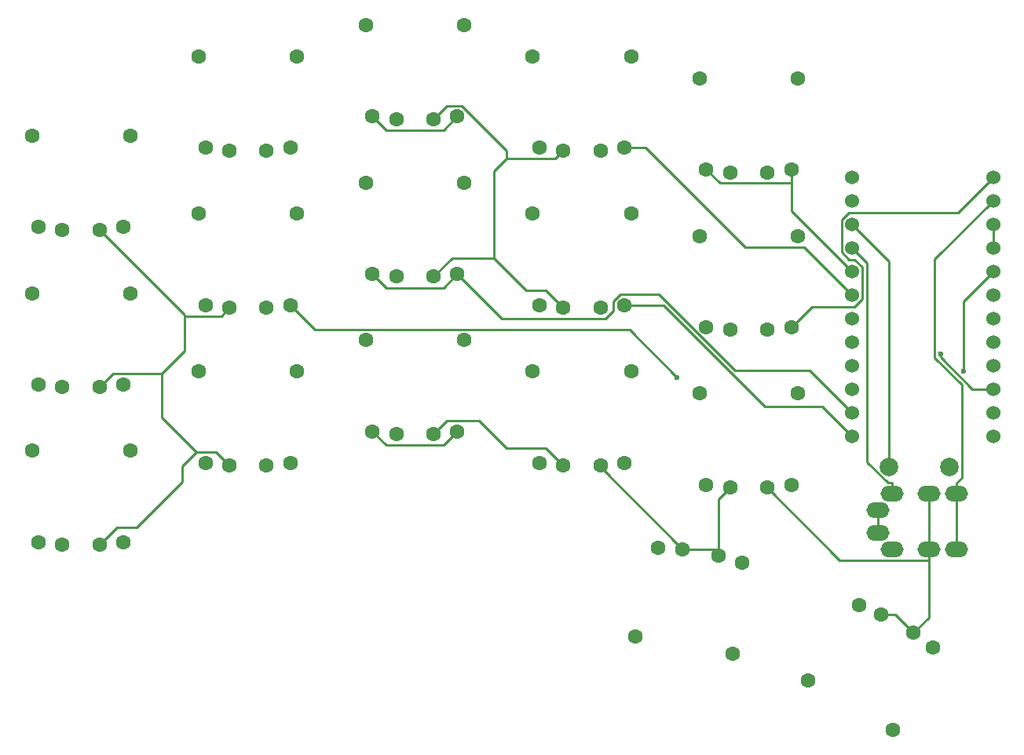
<source format=gbl>
G04 #@! TF.GenerationSoftware,KiCad,Pcbnew,5.1.6*
G04 #@! TF.CreationDate,2020-09-08T13:44:10+01:00*
G04 #@! TF.ProjectId,cradio-pg1232,63726164-696f-42d7-9067-313233322e6b,2.1*
G04 #@! TF.SameCoordinates,Original*
G04 #@! TF.FileFunction,Copper,L2,Bot*
G04 #@! TF.FilePolarity,Positive*
%FSLAX46Y46*%
G04 Gerber Fmt 4.6, Leading zero omitted, Abs format (unit mm)*
G04 Created by KiCad (PCBNEW 5.1.6) date 2020-09-08 13:44:10*
%MOMM*%
%LPD*%
G01*
G04 APERTURE LIST*
G04 #@! TA.AperFunction,ComponentPad*
%ADD10C,1.600000*%
G04 #@! TD*
G04 #@! TA.AperFunction,ComponentPad*
%ADD11C,1.524000*%
G04 #@! TD*
G04 #@! TA.AperFunction,ComponentPad*
%ADD12C,2.000000*%
G04 #@! TD*
G04 #@! TA.AperFunction,ComponentPad*
%ADD13O,2.500000X1.700000*%
G04 #@! TD*
G04 #@! TA.AperFunction,ViaPad*
%ADD14C,0.600000*%
G04 #@! TD*
G04 #@! TA.AperFunction,Conductor*
%ADD15C,0.250000*%
G04 #@! TD*
G04 APERTURE END LIST*
D10*
X135846396Y-87543270D03*
X130297949Y-83993463D03*
X127913604Y-82963270D03*
X133762051Y-85993463D03*
X131544935Y-96433621D03*
X122365065Y-91133621D03*
X115246025Y-78392789D03*
X108818085Y-76954742D03*
X106225186Y-76802172D03*
X112757316Y-77649334D03*
X114244652Y-88218172D03*
X103805690Y-86377501D03*
X120580000Y-70020000D03*
X114000000Y-70320000D03*
X111420000Y-70020000D03*
X118000000Y-70320000D03*
X121300000Y-60170000D03*
X110700000Y-60170000D03*
X102580000Y-67645000D03*
X96000000Y-67945000D03*
X93420000Y-67645000D03*
X100000000Y-67945000D03*
X103300000Y-57795000D03*
X92700000Y-57795000D03*
X84580000Y-64270000D03*
X78000000Y-64570000D03*
X75420000Y-64270000D03*
X82000000Y-64570000D03*
X85300000Y-54420000D03*
X74700000Y-54420000D03*
X66580000Y-67645000D03*
X60000000Y-67945000D03*
X57420000Y-67645000D03*
X64000000Y-67945000D03*
X67300000Y-57795000D03*
X56700000Y-57795000D03*
X48580000Y-76205000D03*
X42000000Y-76505000D03*
X39420000Y-76205000D03*
X46000000Y-76505000D03*
X49300000Y-66355000D03*
X38700000Y-66355000D03*
X120580000Y-53020000D03*
X114000000Y-53320000D03*
X111420000Y-53020000D03*
X118000000Y-53320000D03*
X121300000Y-43170000D03*
X110700000Y-43170000D03*
X102580000Y-50640000D03*
X96000000Y-50940000D03*
X93420000Y-50640000D03*
X100000000Y-50940000D03*
X103300000Y-40790000D03*
X92700000Y-40790000D03*
X84580000Y-47270000D03*
X78000000Y-47570000D03*
X75420000Y-47270000D03*
X82000000Y-47570000D03*
X85300000Y-37420000D03*
X74700000Y-37420000D03*
X66580000Y-50640000D03*
X60000000Y-50940000D03*
X57420000Y-50640000D03*
X64000000Y-50940000D03*
X67300000Y-40790000D03*
X56700000Y-40790000D03*
X48580000Y-59200000D03*
X42000000Y-59500000D03*
X39420000Y-59200000D03*
X46000000Y-59500000D03*
X49300000Y-49350000D03*
X38700000Y-49350000D03*
X120580000Y-36020000D03*
X114000000Y-36320000D03*
X111420000Y-36020000D03*
X118000000Y-36320000D03*
X121300000Y-26170000D03*
X110700000Y-26170000D03*
X102580000Y-33640000D03*
X96000000Y-33940000D03*
X93420000Y-33640000D03*
X100000000Y-33940000D03*
X103300000Y-23790000D03*
X92700000Y-23790000D03*
X84580000Y-30280000D03*
X78000000Y-30580000D03*
X75420000Y-30280000D03*
X82000000Y-30580000D03*
X85300000Y-20430000D03*
X74700000Y-20430000D03*
X48580000Y-42200000D03*
X42000000Y-42500000D03*
X39420000Y-42200000D03*
X46000000Y-42500000D03*
X49300000Y-32350000D03*
X38700000Y-32350000D03*
X66580000Y-33640000D03*
X60000000Y-33940000D03*
X57420000Y-33640000D03*
X64000000Y-33940000D03*
X67300000Y-23790000D03*
X56700000Y-23790000D03*
D11*
X127111400Y-36830000D03*
X127111400Y-39370000D03*
X127111400Y-41910000D03*
X127111400Y-44450000D03*
X127111400Y-46990000D03*
X127111400Y-49530000D03*
X127111400Y-52070000D03*
X127111400Y-54610000D03*
X127111400Y-57150000D03*
X127111400Y-59690000D03*
X127111400Y-62230000D03*
X127111400Y-64770000D03*
X142331400Y-64770000D03*
X142331400Y-62230000D03*
X142331400Y-59690000D03*
X142331400Y-57150000D03*
X142331400Y-54610000D03*
X142331400Y-52070000D03*
X142331400Y-49530000D03*
X142331400Y-46990000D03*
X142331400Y-44450000D03*
X142331400Y-41910000D03*
X142331400Y-39370000D03*
X142331400Y-36830000D03*
D12*
X137616000Y-68072000D03*
X131116000Y-68072000D03*
D13*
X129932000Y-72760000D03*
X131432000Y-76960000D03*
X135432000Y-76960000D03*
X138432000Y-76960000D03*
X135432000Y-71010000D03*
X138432000Y-71010000D03*
X129932000Y-75210000D03*
X131432000Y-71010000D03*
D14*
X136682900Y-55912300D03*
X108283400Y-58417000D03*
X139115500Y-57803700D03*
D15*
X84580000Y-64270000D02*
X83089600Y-65760400D01*
X83089600Y-65760400D02*
X76910400Y-65760400D01*
X76910400Y-65760400D02*
X75420000Y-64270000D01*
X136682900Y-55912300D02*
X136682900Y-56255400D01*
X136682900Y-56255400D02*
X140117500Y-59690000D01*
X140117500Y-59690000D02*
X142331400Y-59690000D01*
X120580000Y-37481500D02*
X120580000Y-36020000D01*
X127111400Y-46990000D02*
X120580000Y-40458600D01*
X120580000Y-40458600D02*
X120580000Y-37481500D01*
X111420000Y-36020000D02*
X112881500Y-37481500D01*
X112881500Y-37481500D02*
X120580000Y-37481500D01*
X89848700Y-34811300D02*
X89848700Y-33955800D01*
X89848700Y-33955800D02*
X85043400Y-29150500D01*
X85043400Y-29150500D02*
X83429500Y-29150500D01*
X83429500Y-29150500D02*
X82000000Y-30580000D01*
X88508700Y-45559300D02*
X88508700Y-36151300D01*
X88508700Y-36151300D02*
X89848700Y-34811300D01*
X89848700Y-34811300D02*
X95128700Y-34811300D01*
X95128700Y-34811300D02*
X96000000Y-33940000D01*
X88508700Y-45559300D02*
X84010700Y-45559300D01*
X84010700Y-45559300D02*
X82000000Y-47570000D01*
X96000000Y-50940000D02*
X94115700Y-49055700D01*
X94115700Y-49055700D02*
X92005100Y-49055700D01*
X92005100Y-49055700D02*
X88508700Y-45559300D01*
X55186400Y-51805900D02*
X55186400Y-51686400D01*
X55186400Y-51686400D02*
X46000000Y-42500000D01*
X52719900Y-58027900D02*
X55186400Y-55561400D01*
X55186400Y-55561400D02*
X55186400Y-51805900D01*
X55186400Y-51805900D02*
X59134100Y-51805900D01*
X59134100Y-51805900D02*
X60000000Y-50940000D01*
X46000000Y-59500000D02*
X47472100Y-58027900D01*
X47472100Y-58027900D02*
X52719900Y-58027900D01*
X56439700Y-66474900D02*
X52719900Y-62755100D01*
X52719900Y-62755100D02*
X52719900Y-58027900D01*
X112757300Y-76954700D02*
X112757300Y-71562700D01*
X112757300Y-71562700D02*
X114000000Y-70320000D01*
X112757300Y-77649300D02*
X112757300Y-76954700D01*
X112757300Y-76954700D02*
X108818100Y-76954700D01*
X108818100Y-76954700D02*
X100000000Y-68136600D01*
X100000000Y-68136600D02*
X100000000Y-67945000D01*
X56439700Y-66474900D02*
X54910700Y-68003900D01*
X54910700Y-68003900D02*
X54910700Y-69687600D01*
X54910700Y-69687600D02*
X49977600Y-74620700D01*
X49977600Y-74620700D02*
X47884300Y-74620700D01*
X47884300Y-74620700D02*
X46000000Y-76505000D01*
X60000000Y-67945000D02*
X58529900Y-66474900D01*
X58529900Y-66474900D02*
X56439700Y-66474900D01*
X135432000Y-76960000D02*
X135432000Y-78135300D01*
X135432000Y-78135300D02*
X125815300Y-78135300D01*
X125815300Y-78135300D02*
X118000000Y-70320000D01*
X135432000Y-76960000D02*
X135432000Y-71010000D01*
X82000000Y-64570000D02*
X83464400Y-63105600D01*
X83464400Y-63105600D02*
X86938200Y-63105600D01*
X86938200Y-63105600D02*
X89893300Y-66060700D01*
X89893300Y-66060700D02*
X94115700Y-66060700D01*
X94115700Y-66060700D02*
X96000000Y-67945000D01*
X142331400Y-41910000D02*
X142331400Y-44450000D01*
X135432000Y-84323514D02*
X133762051Y-85993463D01*
X135432000Y-76960000D02*
X135432000Y-84323514D01*
X131762051Y-83993463D02*
X133762051Y-85993463D01*
X130297949Y-83993463D02*
X131762051Y-83993463D01*
X131432000Y-71010000D02*
X131432000Y-69834700D01*
X131432000Y-69834700D02*
X130991300Y-69834700D01*
X130991300Y-69834700D02*
X128750700Y-67594100D01*
X128750700Y-67594100D02*
X128750700Y-46089300D01*
X128750700Y-46089300D02*
X127111400Y-44450000D01*
X127111400Y-49530000D02*
X122001400Y-44420000D01*
X122001400Y-44420000D02*
X115617700Y-44420000D01*
X115617700Y-44420000D02*
X104837700Y-33640000D01*
X104837700Y-33640000D02*
X102580000Y-33640000D01*
X75420000Y-30280000D02*
X76928300Y-31788300D01*
X76928300Y-31788300D02*
X83071700Y-31788300D01*
X83071700Y-31788300D02*
X84580000Y-30280000D01*
X66580000Y-50640000D02*
X69234600Y-53294600D01*
X69234600Y-53294600D02*
X103161000Y-53294600D01*
X103161000Y-53294600D02*
X108283400Y-58417000D01*
X120580000Y-53020000D02*
X122800000Y-50800000D01*
X122800000Y-50800000D02*
X127416200Y-50800000D01*
X127416200Y-50800000D02*
X128235800Y-49980400D01*
X128235800Y-49980400D02*
X128235800Y-46544300D01*
X128235800Y-46544300D02*
X127411500Y-45720000D01*
X127411500Y-45720000D02*
X126828200Y-45720000D01*
X126828200Y-45720000D02*
X126017700Y-44909500D01*
X126017700Y-44909500D02*
X126017700Y-41449300D01*
X126017700Y-41449300D02*
X126827000Y-40640000D01*
X126827000Y-40640000D02*
X138521400Y-40640000D01*
X138521400Y-40640000D02*
X142331400Y-36830000D01*
X142331400Y-39370000D02*
X136057600Y-45643800D01*
X136057600Y-45643800D02*
X136057600Y-56306100D01*
X136057600Y-56306100D02*
X138953300Y-59201800D01*
X138953300Y-59201800D02*
X138953300Y-69313400D01*
X138953300Y-69313400D02*
X138432000Y-69834700D01*
X138432000Y-71010000D02*
X138432000Y-69834700D01*
X138432000Y-71010000D02*
X138432000Y-76960000D01*
X131116000Y-68072000D02*
X131116000Y-45914600D01*
X131116000Y-45914600D02*
X127111400Y-41910000D01*
X142331400Y-46990000D02*
X139115500Y-50205900D01*
X139115500Y-50205900D02*
X139115500Y-57803700D01*
X127111400Y-62230000D02*
X122574200Y-57692800D01*
X122574200Y-57692800D02*
X114501300Y-57692800D01*
X114501300Y-57692800D02*
X106267700Y-49459200D01*
X106267700Y-49459200D02*
X102147300Y-49459200D01*
X102147300Y-49459200D02*
X101359400Y-50247100D01*
X101359400Y-50247100D02*
X101359400Y-51270000D01*
X101359400Y-51270000D02*
X100564000Y-52065400D01*
X100564000Y-52065400D02*
X89375400Y-52065400D01*
X89375400Y-52065400D02*
X84580000Y-47270000D01*
X75420000Y-47270000D02*
X76930300Y-48780300D01*
X76930300Y-48780300D02*
X83069700Y-48780300D01*
X83069700Y-48780300D02*
X84580000Y-47270000D01*
X127111400Y-64770000D02*
X123886000Y-61544600D01*
X123886000Y-61544600D02*
X117716200Y-61544600D01*
X117716200Y-61544600D02*
X106811600Y-50640000D01*
X106811600Y-50640000D02*
X102580000Y-50640000D01*
X129932000Y-75210000D02*
X129932000Y-72760000D01*
M02*

</source>
